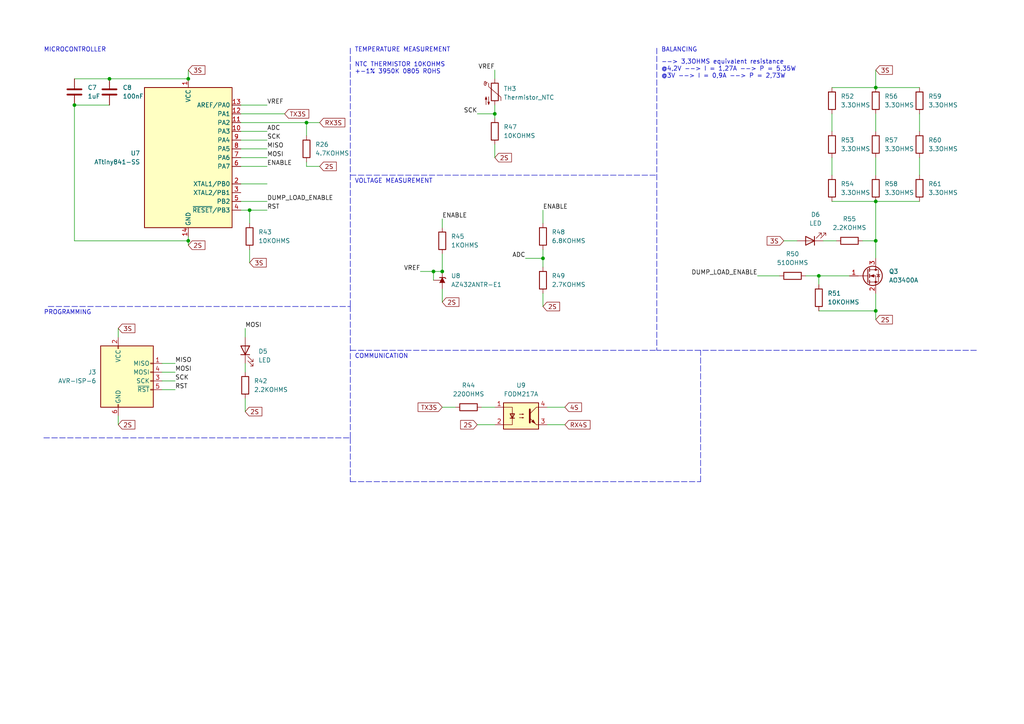
<source format=kicad_sch>
(kicad_sch (version 20211123) (generator eeschema)
  (paper "A4")
  (title_block (title "3S - OpenBatt") (date "2022-07-02") (rev "V1.0") (company "Andre Schrankel"))
  (lib_symbols
    (symbol "Connector:AVR-ISP-6" (pin_names (offset 1.016))
      (property "Reference" "J" (at -6.35 11.43 0))
      (property "Value" "AVR-ISP-6" (at 0 11.43 0))
      (symbol "AVR-ISP-6_0_1"
        (rectangle (start -2.667 -6.858) (end -2.413 -7.62))
        (rectangle (start -2.667 10.16) (end -2.413 9.398))
        (rectangle (start 7.62 -2.413) (end 6.858 -2.667))
        (rectangle (start 7.62 0.127) (end 6.858 -0.127))
        (rectangle (start 7.62 2.667) (end 6.858 2.413))
        (rectangle (start 7.62 5.207) (end 6.858 4.953))
        (rectangle (start 7.62 10.16) (end -7.62 -7.62) (stroke (width 0.254)) (fill (type background)))
      )
      (symbol "AVR-ISP-6_1_1"
        (pin passive line (at 10.16 5.08 180) (length 2.54) (name "MISO") (number "1"))
        (pin passive line (at -2.54 12.7 270) (length 2.54) (name "VCC") (number "2"))
        (pin passive line (at 10.16 0 180) (length 2.54) (name "SCK") (number "3"))
        (pin passive line (at 10.16 2.54 180) (length 2.54) (name "MOSI") (number "4"))
        (pin passive line (at 10.16 -2.54 180) (length 2.54) (name "~{RST}") (number "5"))
        (pin passive line (at -2.54 -10.16 90) (length 2.54) (name "GND") (number "6"))
      )
    )
    (symbol "Device:C" (pin_numbers hide) (pin_names (offset 0.254))
      (property "Reference" "C" (at 0.635 2.54 0))
      (property "Value" "C" (at 0.635 -2.54 0))
      (symbol "C_0_1"
        (polyline (pts (xy -2.032 -0.762) (xy 2.032 -0.762)) (stroke (width 0.508)))
        (polyline (pts (xy -2.032 0.762) (xy 2.032 0.762)) (stroke (width 0.508)))
      )
      (symbol "C_1_1"
        (pin passive line (at 0 3.81 270) (length 2.794) (name "~") (number "1"))
        (pin passive line (at 0 -3.81 90) (length 2.794) (name "~") (number "2"))
      )
    )
    (symbol "Device:LED" (pin_numbers hide) (pin_names (offset 1.016) hide)
      (property "Reference" "D" (at 0 2.54 0))
      (property "Value" "LED" (at 0 -2.54 0))
      (symbol "LED_0_1"
        (polyline (pts (xy -1.27 -1.27) (xy -1.27 1.27)) (stroke (width 0.254)))
        (polyline (pts (xy -1.27 0) (xy 1.27 0)))
        (polyline (pts (xy 1.27 -1.27) (xy 1.27 1.27) (xy -1.27 0) (xy 1.27 -1.27)) (stroke (width 0.254)))
        (polyline (pts (xy -3.048 -0.762) (xy -4.572 -2.286) (xy -3.81 -2.286) (xy -4.572 -2.286) (xy -4.572 -1.524)))
        (polyline (pts (xy -1.778 -0.762) (xy -3.302 -2.286) (xy -2.54 -2.286) (xy -3.302 -2.286) (xy -3.302 -1.524)))
      )
      (symbol "LED_1_1"
        (pin passive line (at -3.81 0 0) (length 2.54) (name "K") (number "1"))
        (pin passive line (at 3.81 0 180) (length 2.54) (name "A") (number "2"))
      )
    )
    (symbol "Device:R" (pin_numbers hide) (pin_names (offset 0))
      (property "Reference" "R" (at 2.032 0 90))
      (property "Value" "R" (at 0 0 90))
      (symbol "R_0_1"
        (rectangle (start -1.016 -2.54) (end 1.016 2.54) (stroke (width 0.254)))
      )
      (symbol "R_1_1"
        (pin passive line (at 0 3.81 270) (length 1.27) (name "~") (number "1"))
        (pin passive line (at 0 -3.81 90) (length 1.27) (name "~") (number "2"))
      )
    )
    (symbol "Device:Thermistor_NTC" (pin_numbers hide) (pin_names (offset 0))
      (property "Reference" "TH" (at -4.445 0 90))
      (property "Value" "Thermistor_NTC" (at 3.175 0 90))
      (symbol "Thermistor_NTC_0_1"
        (arc (start -3.048 2.159) (mid -3.0505 2.3165) (end -3.175 2.413))
        (arc (start -3.048 2.159) (mid -2.9736 1.9794) (end -2.794 1.905))
        (arc (start -3.048 2.794) (mid -2.9736 2.6144) (end -2.794 2.54))
        (arc (start -2.794 1.905) (mid -2.6144 1.9794) (end -2.54 2.159))
        (arc (start -2.794 2.54) (mid -2.434 2.5608) (end -2.159 2.794))
        (arc (start -2.794 3.048) (mid -2.9736 2.9736) (end -3.048 2.794))
        (arc (start -2.54 2.794) (mid -2.6144 2.9736) (end -2.794 3.048))
        (rectangle (start -1.016 2.54) (end 1.016 -2.54) (stroke (width 0.254)))
        (polyline (pts (xy -2.54 2.159) (xy -2.54 2.794)))
        (polyline (pts (xy -1.778 2.54) (xy -1.778 1.524) (xy 1.778 -1.524) (xy 1.778 -2.54)))
        (polyline (pts (xy -2.54 -3.683) (xy -2.54 -1.397) (xy -2.794 -2.159) (xy -2.286 -2.159) (xy -2.54 -1.397) (xy -2.54 -1.651)) (fill (type outline)))
        (polyline (pts (xy -1.778 -1.397) (xy -1.778 -3.683) (xy -2.032 -2.921) (xy -1.524 -2.921) (xy -1.778 -3.683) (xy -1.778 -3.429)) (fill (type outline)))
      )
      (symbol "Thermistor_NTC_1_1"
        (pin passive line (at 0 3.81 270) (length 1.27) (name "~") (number "1"))
        (pin passive line (at 0 -3.81 90) (length 1.27) (name "~") (number "2"))
      )
    )
    (symbol "Isolator:FODM217A"
      (property "Reference" "U" (at -5.08 5.08 0))
      (property "Value" "FODM217A" (at 0 5.08 0))
      (symbol "FODM217A_0_1"
        (rectangle (start -5.08 3.81) (end 5.08 -3.81) (stroke (width 0.254)) (fill (type background)))
        (polyline (pts (xy -3.175 -0.635) (xy -1.905 -0.635)) (stroke (width 0.254)))
        (polyline (pts (xy 2.54 0.635) (xy 4.445 2.54)))
        (polyline (pts (xy 4.445 -2.54) (xy 2.54 -0.635)) (fill (type outline)))
        (polyline (pts (xy 4.445 -2.54) (xy 5.08 -2.54)))
        (polyline (pts (xy 4.445 2.54) (xy 5.08 2.54)))
        (polyline (pts (xy -5.08 2.54) (xy -2.54 2.54) (xy -2.54 -0.635)))
        (polyline (pts (xy -2.54 -0.635) (xy -2.54 -2.54) (xy -5.08 -2.54)))
        (polyline (pts (xy 2.54 1.905) (xy 2.54 -1.905) (xy 2.54 -1.905)) (stroke (width 0.508)))
        (polyline (pts (xy -2.54 -0.635) (xy -3.175 0.635) (xy -1.905 0.635) (xy -2.54 -0.635)) (stroke (width 0.254)))
        (polyline (pts (xy -0.508 -0.508) (xy 0.762 -0.508) (xy 0.381 -0.635) (xy 0.381 -0.381) (xy 0.762 -0.508)))
        (polyline (pts (xy -0.508 0.508) (xy 0.762 0.508) (xy 0.381 0.381) (xy 0.381 0.635) (xy 0.762 0.508)))
        (polyline (pts (xy 3.048 -1.651) (xy 3.556 -1.143) (xy 4.064 -2.159) (xy 3.048 -1.651) (xy 3.048 -1.651)) (fill (type outline)))
      )
      (symbol "FODM217A_1_1"
        (pin passive line (at -7.62 2.54 0) (length 2.54) (name "~") (number "1"))
        (pin passive line (at -7.62 -2.54 0) (length 2.54) (name "~") (number "2"))
        (pin passive line (at 7.62 -2.54 180) (length 2.54) (name "~") (number "3"))
        (pin passive line (at 7.62 2.54 180) (length 2.54) (name "~") (number "4"))
      )
    )
    (symbol "MCU_Microchip_ATtiny:ATtiny841-SS"
      (property "Reference" "U" (at -12.7 21.59 0))
      (property "Value" "ATtiny841-SS" (at 2.54 -21.59 0))
      (symbol "ATtiny841-SS_0_1"
        (rectangle (start -12.7 -20.32) (end 12.7 20.32) (stroke (width 0.254)) (fill (type background)))
      )
      (symbol "ATtiny841-SS_1_1"
        (pin power_in line (at 0 22.86 270) (length 2.54) (name "VCC") (number "1"))
        (pin bidirectional line (at 15.24 7.62 180) (length 2.54) (name "PA3") (number "10"))
        (pin bidirectional line (at 15.24 10.16 180) (length 2.54) (name "PA2") (number "11"))
        (pin bidirectional line (at 15.24 12.7 180) (length 2.54) (name "PA1") (number "12"))
        (pin bidirectional line (at 15.24 15.24 180) (length 2.54) (name "AREF/PA0") (number "13"))
        (pin power_in line (at 0 -22.86 90) (length 2.54) (name "GND") (number "14"))
        (pin bidirectional line (at 15.24 -7.62 180) (length 2.54) (name "XTAL1/PB0") (number "2"))
        (pin bidirectional line (at 15.24 -10.16 180) (length 2.54) (name "XTAL2/PB1") (number "3"))
        (pin bidirectional line (at 15.24 -15.24 180) (length 2.54) (name "~{RESET}/PB3") (number "4"))
        (pin bidirectional line (at 15.24 -12.7 180) (length 2.54) (name "PB2") (number "5"))
        (pin bidirectional line (at 15.24 -2.54 180) (length 2.54) (name "PA7") (number "6"))
        (pin bidirectional line (at 15.24 0 180) (length 2.54) (name "PA6") (number "7"))
        (pin bidirectional line (at 15.24 2.54 180) (length 2.54) (name "PA5") (number "8"))
        (pin bidirectional line (at 15.24 5.08 180) (length 2.54) (name "PA4") (number "9"))
      )
    )
    (symbol "Reference_Voltage:TL431DBZ" (pin_numbers hide) (pin_names hide)
      (property "Reference" "U" (at -2.54 2.54 0))
      (property "Value" "TL431DBZ" (at 0 -2.54 0))
      (symbol "TL431DBZ_0_1"
        (polyline (pts (xy -1.27 0) (xy 0 0) (xy 1.27 0)))
        (polyline (pts (xy -0.762 0.762) (xy 0.762 0) (xy -0.762 -0.762)) (fill (type outline)))
        (polyline (pts (xy 0.508 -1.016) (xy 0.762 -0.762) (xy 0.762 0.762) (xy 0.762 0.762)) (stroke (width 0.254)))
      )
      (symbol "TL431DBZ_1_1"
        (pin passive line (at 2.54 0 180) (length 2.54) (name "K") (number "1"))
        (pin passive line (at 0 2.54 270) (length 2.54) (name "REF") (number "2"))
        (pin passive line (at -2.54 0 0) (length 2.54) (name "A") (number "3"))
      )
    )
    (symbol "Transistor_FET:AO3400A" (pin_names hide)
      (property "Reference" "Q" (at 5.08 1.905 0))
      (property "Value" "AO3400A" (at 5.08 0 0))
      (symbol "AO3400A_0_1"
        (polyline (pts (xy 0.254 0) (xy -2.54 0)))
        (polyline (pts (xy 0.254 1.905) (xy 0.254 -1.905)) (stroke (width 0.254)))
        (polyline (pts (xy 0.762 -1.27) (xy 0.762 -2.286)) (stroke (width 0.254)))
        (polyline (pts (xy 0.762 0.508) (xy 0.762 -0.508)) (stroke (width 0.254)))
        (polyline (pts (xy 0.762 2.286) (xy 0.762 1.27)) (stroke (width 0.254)))
        (polyline (pts (xy 2.54 2.54) (xy 2.54 1.778)))
        (polyline (pts (xy 2.54 -2.54) (xy 2.54 0) (xy 0.762 0)))
        (polyline (pts (xy 0.762 -1.778) (xy 3.302 -1.778) (xy 3.302 1.778) (xy 0.762 1.778)))
        (polyline (pts (xy 1.016 0) (xy 2.032 0.381) (xy 2.032 -0.381) (xy 1.016 0)) (fill (type outline)))
        (polyline (pts (xy 2.794 0.508) (xy 2.921 0.381) (xy 3.683 0.381) (xy 3.81 0.254)))
        (polyline (pts (xy 3.302 0.381) (xy 2.921 -0.254) (xy 3.683 -0.254) (xy 3.302 0.381)))
        (circle (center 1.651 0) (radius 2.794) (stroke (width 0.254)))
        (circle (center 2.54 -1.778) (radius 0.254) (fill (type outline)))
        (circle (center 2.54 1.778) (radius 0.254) (fill (type outline)))
      )
      (symbol "AO3400A_1_1"
        (pin input line (at -5.08 0 0) (length 2.54) (name "G") (number "1"))
        (pin passive line (at 2.54 -5.08 90) (length 2.54) (name "S") (number "2"))
        (pin passive line (at 2.54 5.08 270) (length 2.54) (name "D") (number "3"))
      )
    )
  )
  (junction (at 72.39 60.96))
  (junction (at 128.27 78.74))
  (junction (at 31.75 22.86))
  (junction (at 54.61 69.85))
  (junction (at 254 58.42))
  (junction (at 88.9 35.56))
  (junction (at 157.48 74.93))
  (junction (at 54.61 22.86))
  (junction (at 237.49 80.01))
  (junction (at 254 69.85))
  (junction (at 143.51 33.02))
  (junction (at 125.73 78.74))
  (junction (at 21.59 30.48))
  (junction (at 254 90.17))
  (junction (at 254 25.4))
  (wire (pts (xy 34.29 120.65) (xy 34.29 123.19)))
  (wire (pts (xy 241.3 45.72) (xy 241.3 50.8)))
  (wire (pts (xy 157.48 72.39) (xy 157.48 74.93)))
  (wire (pts (xy 128.27 83.82) (xy 128.27 87.63)))
  (wire (pts (xy 69.85 38.1) (xy 77.47 38.1)))
  (wire (pts (xy 46.99 107.95) (xy 50.8 107.95)))
  (wire (pts (xy 46.99 105.41) (xy 50.8 105.41)))
  (wire (pts (xy 71.12 95.25) (xy 71.12 97.79)))
  (polyline (pts (xy 13.97 88.9) (xy 101.6 88.9)))
  (wire (pts (xy 266.7 33.02) (xy 266.7 38.1)))
  (wire (pts (xy 69.85 58.42) (xy 77.47 58.42)))
  (wire (pts (xy 143.51 33.02) (xy 143.51 34.29)))
  (polyline (pts (xy 283.21 101.6) (xy 190.5 101.6)))
  (wire (pts (xy 69.85 30.48) (xy 77.47 30.48)))
  (polyline (pts (xy 101.6 13.97) (xy 101.6 88.9)))
  (wire (pts (xy 21.59 30.48) (xy 21.59 69.85)))
  (wire (pts (xy 88.9 35.56) (xy 88.9 39.37)))
  (wire (pts (xy 143.51 30.48) (xy 143.51 33.02)))
  (wire (pts (xy 72.39 60.96) (xy 77.47 60.96)))
  (wire (pts (xy 254 69.85) (xy 254 74.93)))
  (wire (pts (xy 254 90.17) (xy 254 92.71)))
  (wire (pts (xy 237.49 80.01) (xy 237.49 82.55)))
  (wire (pts (xy 237.49 90.17) (xy 254 90.17)))
  (wire (pts (xy 254 58.42) (xy 266.7 58.42)))
  (wire (pts (xy 46.99 110.49) (xy 50.8 110.49)))
  (wire (pts (xy 227.33 69.85) (xy 231.14 69.85)))
  (wire (pts (xy 69.85 45.72) (xy 77.47 45.72)))
  (polyline (pts (xy 203.2 139.7) (xy 203.2 101.6)))
  (wire (pts (xy 158.75 123.19) (xy 163.83 123.19)))
  (wire (pts (xy 69.85 33.02) (xy 82.55 33.02)))
  (wire (pts (xy 139.7 118.11) (xy 143.51 118.11)))
  (wire (pts (xy 157.48 85.09) (xy 157.48 88.9)))
  (wire (pts (xy 21.59 22.86) (xy 31.75 22.86)))
  (wire (pts (xy 143.51 41.91) (xy 143.51 45.72)))
  (wire (pts (xy 238.76 69.85) (xy 242.57 69.85)))
  (wire (pts (xy 128.27 63.5) (xy 128.27 66.04)))
  (wire (pts (xy 46.99 113.03) (xy 50.8 113.03)))
  (wire (pts (xy 34.29 95.25) (xy 34.29 97.79)))
  (wire (pts (xy 21.59 30.48) (xy 31.75 30.48)))
  (wire (pts (xy 266.7 45.72) (xy 266.7 50.8)))
  (wire (pts (xy 125.73 78.74) (xy 128.27 78.74)))
  (wire (pts (xy 21.59 69.85) (xy 54.61 69.85)))
  (wire (pts (xy 143.51 20.32) (xy 143.51 22.86)))
  (wire (pts (xy 69.85 35.56) (xy 88.9 35.56)))
  (wire (pts (xy 88.9 35.56) (xy 92.71 35.56)))
  (wire (pts (xy 69.85 60.96) (xy 72.39 60.96)))
  (wire (pts (xy 254 20.32) (xy 254 25.4)))
  (wire (pts (xy 88.9 46.99) (xy 88.9 48.26)))
  (wire (pts (xy 254 58.42) (xy 254 69.85)))
  (wire (pts (xy 237.49 80.01) (xy 246.38 80.01)))
  (wire (pts (xy 54.61 68.58) (xy 54.61 69.85)))
  (wire (pts (xy 138.43 123.19) (xy 143.51 123.19)))
  (wire (pts (xy 233.68 80.01) (xy 237.49 80.01)))
  (wire (pts (xy 71.12 115.57) (xy 71.12 119.38)))
  (wire (pts (xy 152.4 74.93) (xy 157.48 74.93)))
  (polyline (pts (xy 101.6 127) (xy 101.6 88.9)))
  (wire (pts (xy 72.39 60.96) (xy 72.39 64.77)))
  (wire (pts (xy 250.19 69.85) (xy 254 69.85)))
  (wire (pts (xy 71.12 105.41) (xy 71.12 107.95)))
  (wire (pts (xy 241.3 33.02) (xy 241.3 38.1)))
  (wire (pts (xy 254 85.09) (xy 254 90.17)))
  (wire (pts (xy 54.61 69.85) (xy 54.61 71.12)))
  (wire (pts (xy 128.27 73.66) (xy 128.27 78.74)))
  (wire (pts (xy 54.61 20.32) (xy 54.61 22.86)))
  (polyline (pts (xy 190.5 13.97) (xy 190.5 101.6)))
  (polyline (pts (xy 101.6 50.8) (xy 190.5 50.8)))
  (wire (pts (xy 219.71 80.01) (xy 226.06 80.01)))
  (polyline (pts (xy 101.6 127) (xy 101.6 139.7)))
  (wire (pts (xy 69.85 48.26) (xy 77.47 48.26)))
  (wire (pts (xy 254 45.72) (xy 254 50.8)))
  (polyline (pts (xy 101.6 139.7) (xy 203.2 139.7)))
  (wire (pts (xy 157.48 60.96) (xy 157.48 64.77)))
  (wire (pts (xy 241.3 58.42) (xy 254 58.42)))
  (wire (pts (xy 88.9 48.26) (xy 92.71 48.26)))
  (wire (pts (xy 121.92 78.74) (xy 125.73 78.74)))
  (wire (pts (xy 72.39 72.39) (xy 72.39 76.2)))
  (wire (pts (xy 138.43 33.02) (xy 143.51 33.02)))
  (wire (pts (xy 254 33.02) (xy 254 38.1)))
  (wire (pts (xy 69.85 43.18) (xy 77.47 43.18)))
  (wire (pts (xy 157.48 74.93) (xy 157.48 77.47)))
  (wire (pts (xy 254 25.4) (xy 266.7 25.4)))
  (wire (pts (xy 241.3 25.4) (xy 254 25.4)))
  (polyline (pts (xy 101.6 101.6) (xy 190.5 101.6)))
  (wire (pts (xy 158.75 118.11) (xy 163.83 118.11)))
  (wire (pts (xy 125.73 81.28) (xy 125.73 78.74)))
  (wire (pts (xy 128.27 118.11) (xy 132.08 118.11)))
  (wire (pts (xy 31.75 22.86) (xy 54.61 22.86)))
  (wire (pts (xy 69.85 40.64) (xy 77.47 40.64)))
  (polyline (pts (xy 12.7 127) (xy 101.6 127)))
  (wire (pts (xy 69.85 53.34) (xy 77.47 53.34)))
  (text "NTC THERMISTOR 10KOHMS\n+-1% 3950K 0805 ROHS" (at 102.87 21.59 0) (effects (font (size 1.27 1.27)) (justify left bottom)))
  (text "BALANCING" (at 191.77 15.24 0) (effects (font (size 1.27 1.27)) (justify left bottom)))
  (text "--> 3,3OHMS equivalent resistance\n@4,2V --> I = 1,27A --> P = 5,35W\n@3V --> I = 0,9A --> P = 2,73W" (at 191.77 22.86 0) (effects (font (size 1.27 1.27)) (justify left bottom)))
  (text "MICROCONTROLLER\n" (at 12.7 15.24 0) (effects (font (size 1.27 1.27)) (justify left bottom)))
  (text "PROGRAMMING" (at 12.7 91.44 0) (effects (font (size 1.27 1.27)) (justify left bottom)))
  (text "VOLTAGE MEASUREMENT\n" (at 102.87 53.34 0) (effects (font (size 1.27 1.27)) (justify left bottom)))
  (text "COMMUNICATION" (at 102.87 104.14 0) (effects (font (size 1.27 1.27)) (justify left bottom)))
  (text "TEMPERATURE MEASUREMENT\n" (at 102.87 15.24 0) (effects (font (size 1.27 1.27)) (justify left bottom)))
  (label "MOSI" (at 50.8 107.95 0))
  (label "DUMP_LOAD_ENABLE" (at 77.47 58.42 0))
  (label "MISO" (at 50.8 105.41 0))
  (label "ADC" (at 152.4 74.93 180))
  (label "MISO" (at 77.47 43.18 0))
  (label "SCK" (at 77.47 40.64 0))
  (label "ENABLE" (at 77.47 48.26 0))
  (label "MOSI" (at 71.12 95.25 0))
  (label "ADC" (at 77.47 38.1 0))
  (label "SCK" (at 138.43 33.02 180))
  (label "ENABLE" (at 128.27 63.5 0))
  (label "VREF" (at 121.92 78.74 180))
  (label "VREF" (at 143.51 20.32 180))
  (label "RST" (at 77.47 60.96 0))
  (label "VREF" (at 77.47 30.48 0))
  (label "DUMP_LOAD_ENABLE" (at 219.71 80.01 180))
  (label "MOSI" (at 77.47 45.72 0))
  (label "RST" (at 50.8 113.03 0))
  (label "ENABLE" (at 157.48 60.96 0))
  (label "SCK" (at 50.8 110.49 0))
  (global_label "3S" (shape input) (at 72.39 76.2 0) (property "Intersheet References" "${INTERSHEET_REFS}" (effects hide)))
  (global_label "TX3S" (shape input) (at 82.55 33.02 0) (property "Intersheet References" "${INTERSHEET_REFS}" (effects hide)))
  (global_label "3S" (shape input) (at 254 20.32 0) (property "Intersheet References" "${INTERSHEET_REFS}" (effects hide)))
  (global_label "2S" (shape input) (at 92.71 48.26 0) (property "Intersheet References" "${INTERSHEET_REFS}" (effects hide)))
  (global_label "2S" (shape input) (at 143.51 45.72 0) (property "Intersheet References" "${INTERSHEET_REFS}" (effects hide)))
  (global_label "2S" (shape input) (at 157.48 88.9 0) (property "Intersheet References" "${INTERSHEET_REFS}" (effects hide)))
  (global_label "RX4S" (shape input) (at 163.83 123.19 0) (property "Intersheet References" "${INTERSHEET_REFS}" (effects hide)))
  (global_label "3S" (shape input) (at 54.61 20.32 0) (property "Intersheet References" "${INTERSHEET_REFS}" (effects hide)))
  (global_label "RX3S" (shape input) (at 92.71 35.56 0) (property "Intersheet References" "${INTERSHEET_REFS}" (effects hide)))
  (global_label "TX3S" (shape input) (at 128.27 118.11 180) (property "Intersheet References" "${INTERSHEET_REFS}" (effects hide)))
  (global_label "2S" (shape input) (at 34.29 123.19 0) (property "Intersheet References" "${INTERSHEET_REFS}" (effects hide)))
  (global_label "2S" (shape input) (at 254 92.71 0) (property "Intersheet References" "${INTERSHEET_REFS}" (effects hide)))
  (global_label "2S" (shape input) (at 71.12 119.38 0) (property "Intersheet References" "${INTERSHEET_REFS}" (effects hide)))
  (global_label "3S" (shape input) (at 227.33 69.85 180) (property "Intersheet References" "${INTERSHEET_REFS}" (effects hide)))
  (global_label "2S" (shape input) (at 138.43 123.19 180) (property "Intersheet References" "${INTERSHEET_REFS}" (effects hide)))
  (global_label "2S" (shape input) (at 128.27 87.63 0) (property "Intersheet References" "${INTERSHEET_REFS}" (effects hide)))
  (global_label "4S" (shape input) (at 163.83 118.11 0) (property "Intersheet References" "${INTERSHEET_REFS}" (effects hide)))
  (global_label "3S" (shape input) (at 34.29 95.25 0) (property "Intersheet References" "${INTERSHEET_REFS}" (effects hide)))
  (global_label "2S" (shape input) (at 54.61 71.12 0) (property "Intersheet References" "${INTERSHEET_REFS}" (effects hide)))
  (symbol (lib_id "Isolator:FODM217A") (at 151.13 120.65 0) (unit 1)
    (property "Reference" "U9" (at 151.13 111.76 0))
    (property "Value" "FODM217A" (at 151.13 114.3 0))
    (property "Footprint" "Package_SO:SOP-4_4.4x2.6mm_P1.27mm" (effects hide))
    (property "Datasheet" "https://www.onsemi.com/pub/Collateral/FODM214-D.PDF" (effects hide))
  )
  (symbol (lib_id "Device:R") (at 157.48 68.58 0) (unit 1)
    (property "Reference" "R48" (at 160.02 67.3099 0) (effects (justify left)))
    (property "Value" "6.8KOHMS" (at 160.02 69.8499 0) (effects (justify left)))
    (property "Footprint" "Resistor_SMD:R_0805_2012Metric_Pad1.20x1.40mm_HandSolder" (effects hide))
  )
  (symbol (lib_id "Reference_Voltage:TL431DBZ") (at 128.27 81.28 90) (unit 1)
    (property "Reference" "U8" (at 130.81 80.0099 90) (effects (justify right)))
    (property "Value" "AZ432ANTR-E1 " (at 130.81 82.5499 90) (effects (justify right)))
    (property "Footprint" "Package_TO_SOT_SMD:SOT-23" (effects hide))
    (property "Datasheet" "https://www.mouser.de/datasheet/2/115/DIOD_S_A0007085168_1-2512765.pdf" (effects hide))
  )
  (symbol (lib_id "Device:R") (at 241.3 29.21 0) (unit 1)
    (property "Reference" "R52" (at 243.84 27.9399 0) (effects (justify left)))
    (property "Value" "3.3OHMS" (at 243.84 30.4799 0) (effects (justify left)))
    (property "Footprint" "Resistor_SMD:R_2010_5025Metric_Pad1.40x2.65mm_HandSolder" (effects hide))
  )
  (symbol (lib_id "Device:R") (at 266.7 54.61 0) (unit 1)
    (property "Reference" "R61" (at 269.24 53.3399 0) (effects (justify left)))
    (property "Value" "3.3OHMS" (at 269.24 55.8799 0) (effects (justify left)))
    (property "Footprint" "Resistor_SMD:R_2010_5025Metric_Pad1.40x2.65mm_HandSolder" (effects hide))
  )
  (symbol (lib_id "Device:C") (at 31.75 26.67 0) (unit 1)
    (property "Reference" "C8" (at 35.56 25.3999 0) (effects (justify left)))
    (property "Value" "100nF" (at 35.56 27.9399 0) (effects (justify left)))
    (property "Footprint" "Capacitor_SMD:C_0805_2012Metric_Pad1.18x1.45mm_HandSolder" (effects hide))
  )
  (symbol (lib_id "Device:R") (at 241.3 54.61 0) (unit 1)
    (property "Reference" "R54" (at 243.84 53.3399 0) (effects (justify left)))
    (property "Value" "3.3OHMS" (at 243.84 55.8799 0) (effects (justify left)))
    (property "Footprint" "Resistor_SMD:R_2010_5025Metric_Pad1.40x2.65mm_HandSolder" (effects hide))
  )
  (symbol (lib_id "Device:R") (at 135.89 118.11 90) (unit 1)
    (property "Reference" "R44" (at 135.89 111.76 90))
    (property "Value" "220OHMS" (at 135.89 114.3 90))
    (property "Footprint" "Resistor_SMD:R_0805_2012Metric_Pad1.20x1.40mm_HandSolder" (effects hide))
  )
  (symbol (lib_id "Device:R") (at 246.38 69.85 90) (unit 1)
    (property "Reference" "R55" (at 246.38 63.5 90))
    (property "Value" "2.2KOHMS" (at 246.38 66.04 90))
    (property "Footprint" "Resistor_SMD:R_0805_2012Metric_Pad1.20x1.40mm_HandSolder" (effects hide))
  )
  (symbol (lib_id "Device:R") (at 143.51 38.1 180) (unit 1)
    (property "Reference" "R47" (at 146.05 36.8299 0) (effects (justify right)))
    (property "Value" "10KOHMS" (at 146.05 39.3699 0) (effects (justify right)))
    (property "Footprint" "Resistor_SMD:R_0805_2012Metric_Pad1.20x1.40mm_HandSolder" (effects hide))
  )
  (symbol (lib_id "Device:R") (at 266.7 41.91 0) (unit 1)
    (property "Reference" "R60" (at 269.24 40.6399 0) (effects (justify left)))
    (property "Value" "3.3OHMS" (at 269.24 43.1799 0) (effects (justify left)))
    (property "Footprint" "Resistor_SMD:R_2010_5025Metric_Pad1.40x2.65mm_HandSolder" (effects hide))
  )
  (symbol (lib_id "Device:R") (at 229.87 80.01 90) (unit 1)
    (property "Reference" "R50" (at 229.87 73.66 90))
    (property "Value" "510OHMS" (at 229.87 76.2 90))
    (property "Footprint" "Resistor_SMD:R_0805_2012Metric_Pad1.20x1.40mm_HandSolder" (effects hide))
  )
  (symbol (lib_id "Device:R") (at 157.48 81.28 0) (unit 1)
    (property "Reference" "R49" (at 160.02 80.0099 0) (effects (justify left)))
    (property "Value" "2.7KOHMS" (at 160.02 82.5499 0) (effects (justify left)))
    (property "Footprint" "Resistor_SMD:R_0805_2012Metric_Pad1.20x1.40mm_HandSolder" (effects hide))
  )
  (symbol (lib_id "Device:C") (at 21.59 26.67 0) (unit 1)
    (property "Reference" "C7" (at 25.4 25.3999 0) (effects (justify left)))
    (property "Value" "1uF" (at 25.4 27.9399 0) (effects (justify left)))
    (property "Footprint" "Capacitor_SMD:C_0805_2012Metric_Pad1.18x1.45mm_HandSolder" (effects hide))
  )
  (symbol (lib_id "Device:LED") (at 71.12 101.6 90) (unit 1)
    (property "Reference" "D5" (at 74.93 101.9174 90) (effects (justify right)))
    (property "Value" "LED" (at 74.93 104.4574 90) (effects (justify right)))
    (property "Footprint" "LED_SMD:LED_0805_2012Metric_Pad1.15x1.40mm_HandSolder" (effects hide))
  )
  (symbol (lib_id "Device:R") (at 72.39 68.58 0) (unit 1)
    (property "Reference" "R43" (at 74.93 67.3099 0) (effects (justify left)))
    (property "Value" "10KOHMS" (at 74.93 69.8499 0) (effects (justify left)))
    (property "Footprint" "Resistor_SMD:R_0805_2012Metric_Pad1.20x1.40mm_HandSolder" (effects hide))
  )
  (symbol (lib_id "Device:R") (at 71.12 111.76 0) (unit 1)
    (property "Reference" "R42" (at 73.66 110.4899 0) (effects (justify left)))
    (property "Value" "2.2KOHMS" (at 73.66 113.0299 0) (effects (justify left)))
    (property "Footprint" "Resistor_SMD:R_0805_2012Metric_Pad1.20x1.40mm_HandSolder" (effects hide))
  )
  (symbol (lib_id "Device:R") (at 128.27 69.85 180) (unit 1)
    (property "Reference" "R45" (at 130.81 68.5799 0) (effects (justify right)))
    (property "Value" "1KOHMS" (at 130.81 71.1199 0) (effects (justify right)))
    (property "Footprint" "Resistor_SMD:R_0805_2012Metric_Pad1.20x1.40mm_HandSolder" (effects hide))
  )
  (symbol (lib_id "Device:R") (at 88.9 43.18 0) (unit 1)
    (property "Reference" "R26" (at 91.44 41.9099 0) (effects (justify left)))
    (property "Value" "4.7KOHMS" (at 91.44 44.4499 0) (effects (justify left)))
    (property "Footprint" "Resistor_SMD:R_0805_2012Metric_Pad1.20x1.40mm_HandSolder" (effects hide))
  )
  (symbol (lib_id "Device:R") (at 237.49 86.36 180) (unit 1)
    (property "Reference" "R51" (at 240.03 85.0899 0) (effects (justify right)))
    (property "Value" "10KOHMS" (at 240.03 87.6299 0) (effects (justify right)))
    (property "Footprint" "Resistor_SMD:R_0805_2012Metric_Pad1.20x1.40mm_HandSolder" (effects hide))
  )
  (symbol (lib_id "Device:Thermistor_NTC") (at 143.51 26.67 0) (unit 1)
    (property "Reference" "TH3" (at 146.05 25.7174 0) (effects (justify left)))
    (property "Value" "Thermistor_NTC" (at 146.05 28.2574 0) (effects (justify left)))
    (property "Footprint" "Resistor_SMD:R_0805_2012Metric_Pad1.20x1.40mm_HandSolder" (effects hide))
    (property "Datasheet" "https://www.mouser.de/datasheet/2/3/ABNTC-0805-253593.pdf" (effects hide))
  )
  (symbol (lib_id "Device:R") (at 266.7 29.21 0) (unit 1)
    (property "Reference" "R59" (at 269.24 27.9399 0) (effects (justify left)))
    (property "Value" "3.3OHMS" (at 269.24 30.4799 0) (effects (justify left)))
    (property "Footprint" "Resistor_SMD:R_2010_5025Metric_Pad1.40x2.65mm_HandSolder" (effects hide))
  )
  (symbol (lib_id "MCU_Microchip_ATtiny:ATtiny841-SS") (at 54.61 45.72 0) (unit 1)
    (property "Reference" "U7" (at 40.64 44.4499 0) (effects (justify right)))
    (property "Value" "ATtiny841-SS" (at 40.64 46.9899 0) (effects (justify right)))
    (property "Footprint" "Package_SO:SOIC-14_3.9x8.7mm_P1.27mm" (effects hide))
    (property "Datasheet" "http://ww1.microchip.com/downloads/en/DeviceDoc/Atmel-8495-8-bit-AVR-Microcontrollers-ATtiny441-ATtiny841_Datasheet.pdf" (effects hide))
  )
  (symbol (lib_id "Device:LED") (at 234.95 69.85 180) (unit 1)
    (property "Reference" "D6" (at 236.5375 62.23 0))
    (property "Value" "LED" (at 236.5375 64.77 0))
    (property "Footprint" "LED_SMD:LED_0805_2012Metric_Pad1.15x1.40mm_HandSolder" (effects hide))
  )
  (symbol (lib_id "Device:R") (at 254 54.61 0) (unit 1)
    (property "Reference" "R58" (at 256.54 53.3399 0) (effects (justify left)))
    (property "Value" "3.3OHMS" (at 256.54 55.8799 0) (effects (justify left)))
    (property "Footprint" "Resistor_SMD:R_2010_5025Metric_Pad1.40x2.65mm_HandSolder" (effects hide))
  )
  (symbol (lib_id "Device:R") (at 254 41.91 0) (unit 1)
    (property "Reference" "R57" (at 256.54 40.6399 0) (effects (justify left)))
    (property "Value" "3.3OHMS" (at 256.54 43.1799 0) (effects (justify left)))
    (property "Footprint" "Resistor_SMD:R_2010_5025Metric_Pad1.40x2.65mm_HandSolder" (effects hide))
  )
  (symbol (lib_id "Device:R") (at 254 29.21 0) (unit 1)
    (property "Reference" "R56" (at 256.54 27.9399 0) (effects (justify left)))
    (property "Value" "3.3OHMS" (at 256.54 30.4799 0) (effects (justify left)))
    (property "Footprint" "Resistor_SMD:R_2010_5025Metric_Pad1.40x2.65mm_HandSolder" (effects hide))
  )
  (symbol (lib_id "Device:R") (at 241.3 41.91 0) (unit 1)
    (property "Reference" "R53" (at 243.84 40.6399 0) (effects (justify left)))
    (property "Value" "3.3OHMS" (at 243.84 43.1799 0) (effects (justify left)))
    (property "Footprint" "Resistor_SMD:R_2010_5025Metric_Pad1.40x2.65mm_HandSolder" (effects hide))
  )
  (symbol (lib_id "Transistor_FET:AO3400A") (at 251.46 80.01 0) (unit 1)
    (property "Reference" "Q3" (at 257.81 78.7399 0) (effects (justify left)))
    (property "Value" "AO3400A" (at 257.81 81.2799 0) (effects (justify left)))
    (property "Footprint" "Package_TO_SOT_SMD:SOT-23" (effects hide))
    (property "Datasheet" "https://media.digikey.com/pdf/Data%20Sheets/Alpha%20&%20Omega/AO3400A_ds.pdf" (effects hide))
  )
  (symbol (lib_id "Connector:AVR-ISP-6") (at 36.83 110.49 0) (unit 1)
    (property "Reference" "J3" (at 27.94 107.9499 0) (effects (justify right)))
    (property "Value" "AVR-ISP-6" (at 27.94 110.4899 0) (effects (justify right)))
    (property "Footprint" "Connector_PinHeader_2.54mm:PinHeader_2x03_P2.54mm_Vertical_SMD" (effects hide))
    (property "Datasheet" " ~" (effects hide))
  )
)
</source>
